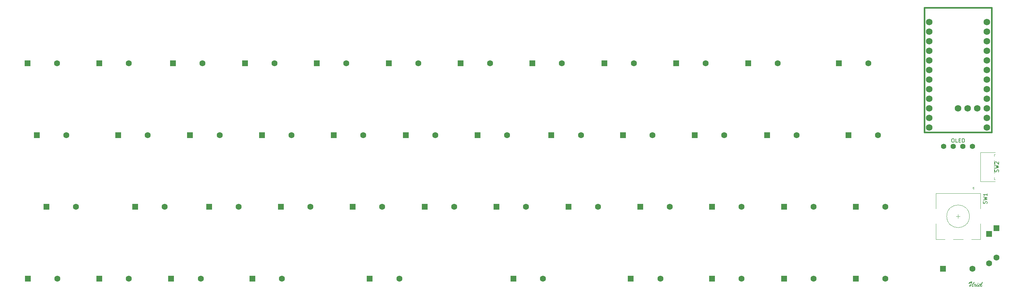
<source format=gbr>
%TF.GenerationSoftware,KiCad,Pcbnew,9.0.6*%
%TF.CreationDate,2025-12-30T17:34:46-07:00*%
%TF.ProjectId,Hotswap PCB,486f7473-7761-4702-9050-43422e6b6963,rev?*%
%TF.SameCoordinates,Original*%
%TF.FileFunction,Legend,Top*%
%TF.FilePolarity,Positive*%
%FSLAX46Y46*%
G04 Gerber Fmt 4.6, Leading zero omitted, Abs format (unit mm)*
G04 Created by KiCad (PCBNEW 9.0.6) date 2025-12-30 17:34:46*
%MOMM*%
%LPD*%
G01*
G04 APERTURE LIST*
%ADD10C,0.125000*%
%ADD11C,0.150000*%
%ADD12C,0.120000*%
%ADD13C,0.381000*%
%ADD14R,1.600000X1.600000*%
%ADD15C,1.600000*%
%ADD16C,1.397000*%
%ADD17C,1.752600*%
G04 APERTURE END LIST*
D10*
G36*
X270745259Y-133827258D02*
G01*
X270650077Y-133971876D01*
X270576182Y-134094154D01*
X270513460Y-134210296D01*
X270473234Y-134298128D01*
X270445782Y-134377946D01*
X270438887Y-134423333D01*
X270447121Y-134467186D01*
X270468483Y-134490582D01*
X270505474Y-134498987D01*
X270552054Y-134486914D01*
X270648080Y-134433809D01*
X270825218Y-134306371D01*
X270823111Y-134377079D01*
X270660247Y-134530435D01*
X270542814Y-134618075D01*
X270459664Y-134659824D01*
X270400968Y-134671178D01*
X270340922Y-134663884D01*
X270298068Y-134644257D01*
X270267846Y-134613290D01*
X270248422Y-134568724D01*
X270241142Y-134505581D01*
X270249384Y-134440857D01*
X270278900Y-134349962D01*
X270338503Y-134224488D01*
X270451851Y-134031189D01*
X270635625Y-133754168D01*
X270243706Y-134174113D01*
X270083788Y-134336001D01*
X269918375Y-134492850D01*
X269845652Y-134562001D01*
X269780072Y-134611186D01*
X269745927Y-134624605D01*
X269708357Y-134629138D01*
X269670210Y-134623873D01*
X269637175Y-134608442D01*
X269607881Y-134582060D01*
X269586644Y-134548458D01*
X269572955Y-134505045D01*
X269567948Y-134449070D01*
X269575364Y-134392499D01*
X269600737Y-134320751D01*
X269639506Y-134245826D01*
X269700113Y-134150391D01*
X269771766Y-134052026D01*
X269864061Y-133937625D01*
X270082323Y-133670912D01*
X270132912Y-133598263D01*
X270142773Y-133571719D01*
X270138767Y-133560335D01*
X270126378Y-133556423D01*
X270061257Y-133574375D01*
X269940906Y-133632627D01*
X269748290Y-133747574D01*
X269659453Y-133798924D01*
X269574542Y-133838249D01*
X269494394Y-133866308D01*
X269454191Y-133872962D01*
X269435041Y-133870044D01*
X269419845Y-133861696D01*
X269409456Y-133848748D01*
X269406014Y-133832753D01*
X269410240Y-133804673D01*
X269427538Y-133751878D01*
X269483409Y-133635466D01*
X269544317Y-133545341D01*
X269596996Y-133494691D01*
X269663565Y-133446224D01*
X269746184Y-133400077D01*
X269876458Y-133344252D01*
X270009508Y-133303174D01*
X270139693Y-133276694D01*
X270232899Y-133269193D01*
X270293174Y-133275595D01*
X270328703Y-133291359D01*
X270350747Y-133319073D01*
X270358928Y-133363899D01*
X270351048Y-133467300D01*
X270331267Y-133534350D01*
X270297557Y-133598025D01*
X270239035Y-133690329D01*
X270168876Y-133790988D01*
X270074538Y-133915643D01*
X269996136Y-134017309D01*
X269932663Y-134107252D01*
X269819915Y-134275871D01*
X269801535Y-134313205D01*
X269796376Y-134341267D01*
X269804986Y-134368295D01*
X269830173Y-134377079D01*
X269859815Y-134371805D01*
X269889615Y-134355097D01*
X270012622Y-134251416D01*
X270223648Y-134056236D01*
X270410127Y-133861513D01*
X270623351Y-133621819D01*
X270807724Y-133410610D01*
X270847778Y-133376716D01*
X270873395Y-133368387D01*
X270893054Y-133376033D01*
X270913787Y-133404840D01*
X270926660Y-133445373D01*
X270931739Y-133506964D01*
X270924405Y-133543557D01*
X270896384Y-133599929D01*
X270745259Y-133827258D01*
G37*
G36*
X270805709Y-134389627D02*
G01*
X270805709Y-134323498D01*
X270889790Y-134212215D01*
X270860063Y-134198938D01*
X270842071Y-134184738D01*
X270831334Y-134165627D01*
X270827233Y-134135920D01*
X270833811Y-134097850D01*
X270857916Y-134043321D01*
X270892083Y-133989394D01*
X270933754Y-133938541D01*
X270979679Y-133896166D01*
X271015819Y-133875435D01*
X271043480Y-133868291D01*
X271058883Y-133873226D01*
X271063904Y-133887708D01*
X271058332Y-133908584D01*
X271032214Y-133958233D01*
X271224618Y-133931458D01*
X271298652Y-133925718D01*
X271328328Y-133929748D01*
X271343050Y-133943345D01*
X271356996Y-133972430D01*
X271368262Y-134039383D01*
X271363987Y-134060455D01*
X271349302Y-134085636D01*
X271284273Y-134158176D01*
X271234182Y-134219078D01*
X271193048Y-134284755D01*
X271163500Y-134350054D01*
X271156137Y-134387704D01*
X271162497Y-134413966D01*
X271180651Y-134429553D01*
X271215579Y-134435697D01*
X271255484Y-134426693D01*
X271323194Y-134390535D01*
X271432833Y-134309210D01*
X271432833Y-134377537D01*
X271292424Y-134517671D01*
X271237142Y-134565140D01*
X271189934Y-134599004D01*
X271143112Y-134622405D01*
X271105945Y-134629138D01*
X271067080Y-134619633D01*
X271034229Y-134589845D01*
X271013559Y-134544918D01*
X271005561Y-134475997D01*
X271010734Y-134431070D01*
X271028092Y-134375888D01*
X271054712Y-134319460D01*
X271094129Y-134253889D01*
X271192040Y-134122639D01*
X271127469Y-134135370D01*
X271051631Y-134149109D01*
X270990174Y-134160191D01*
X270942383Y-134240525D01*
X270881315Y-134316877D01*
X270805709Y-134389627D01*
G37*
G36*
X271848657Y-133855376D02*
G01*
X271824152Y-133850741D01*
X271799930Y-133836051D01*
X271782661Y-133814125D01*
X271776941Y-133787233D01*
X271786477Y-133742840D01*
X271819989Y-133687581D01*
X271851463Y-133655066D01*
X271880739Y-133637944D01*
X271909107Y-133632627D01*
X271937627Y-133637467D01*
X271960306Y-133651495D01*
X271975353Y-133673599D01*
X271980823Y-133705900D01*
X271971493Y-133749116D01*
X271938782Y-133802528D01*
X271908121Y-133833462D01*
X271878470Y-133850104D01*
X271848657Y-133855376D01*
G37*
G36*
X271918357Y-134316446D02*
G01*
X271918357Y-134390818D01*
X271817343Y-134507229D01*
X271732886Y-134582243D01*
X271672849Y-134621044D01*
X271624985Y-134640901D01*
X271586340Y-134646723D01*
X271535781Y-134637229D01*
X271494922Y-134609184D01*
X271461318Y-134558796D01*
X271430793Y-134467638D01*
X271420377Y-134366638D01*
X271428528Y-134290525D01*
X271448037Y-134230717D01*
X271489986Y-134157077D01*
X271574116Y-134040231D01*
X271644510Y-133971093D01*
X271704093Y-133936102D01*
X271756424Y-133925718D01*
X271793283Y-133932071D01*
X271812285Y-133948076D01*
X271818890Y-133974811D01*
X271811006Y-134011711D01*
X271778406Y-134079408D01*
X271737264Y-134144324D01*
X271706233Y-134180799D01*
X271589912Y-134301242D01*
X271569573Y-134337574D01*
X271562801Y-134378545D01*
X271569711Y-134412468D01*
X271590461Y-134440277D01*
X271621430Y-134458548D01*
X271662177Y-134465006D01*
X271710427Y-134456937D01*
X271768240Y-134429652D01*
X271829360Y-134387688D01*
X271918357Y-134316446D01*
G37*
G36*
X272451812Y-133890640D02*
G01*
X272483474Y-133906759D01*
X272504228Y-133933443D01*
X272511684Y-133973071D01*
X272500300Y-134035852D01*
X272463508Y-134102031D01*
X272406306Y-134162785D01*
X272316412Y-134229434D01*
X272210739Y-134289175D01*
X272073146Y-134351159D01*
X272073146Y-134376987D01*
X272081155Y-134433027D01*
X272102822Y-134471967D01*
X272136871Y-134497381D01*
X272180766Y-134506039D01*
X272230838Y-134500382D01*
X272284722Y-134482500D01*
X272337588Y-134455503D01*
X272391792Y-134419944D01*
X272521943Y-134315438D01*
X272521943Y-134376987D01*
X272404514Y-134504914D01*
X272304689Y-134590211D01*
X272234372Y-134632513D01*
X272166230Y-134656520D01*
X272098792Y-134664309D01*
X272041494Y-134656232D01*
X271994146Y-134632938D01*
X271954261Y-134593509D01*
X271925968Y-134543599D01*
X271907704Y-134480146D01*
X271901047Y-134399610D01*
X271906770Y-134329156D01*
X271918432Y-134284114D01*
X272083405Y-134284114D01*
X272170516Y-134242681D01*
X272241216Y-134194263D01*
X272300606Y-134139197D01*
X272338028Y-134091590D01*
X272363270Y-134044737D01*
X272369260Y-134019782D01*
X272363706Y-134001803D01*
X272347736Y-133996060D01*
X272327211Y-134000618D01*
X272287836Y-134019874D01*
X272247049Y-134046495D01*
X272203755Y-134081789D01*
X272163792Y-134122926D01*
X272127460Y-134171640D01*
X272099552Y-134225529D01*
X272083405Y-134284114D01*
X271918432Y-134284114D01*
X271923536Y-134264400D01*
X271951239Y-134204247D01*
X272013096Y-134118891D01*
X272115187Y-134019050D01*
X272194763Y-133959314D01*
X272269884Y-133918574D01*
X272345567Y-133892447D01*
X272407179Y-133884685D01*
X272451812Y-133890640D01*
G37*
G36*
X273090006Y-133402988D02*
G01*
X273100615Y-133417205D01*
X273107851Y-133482509D01*
X273097149Y-133575430D01*
X273061075Y-133690536D01*
X272992080Y-133833578D01*
X272908580Y-133967811D01*
X272801945Y-134109265D01*
X272669313Y-134258743D01*
X272659054Y-134340809D01*
X272666593Y-134402140D01*
X272687173Y-134447421D01*
X272720850Y-134478169D01*
X272765666Y-134488454D01*
X272791045Y-134483889D01*
X272820896Y-134468487D01*
X272883453Y-134418845D01*
X273011588Y-134300967D01*
X273011588Y-134376621D01*
X272911216Y-134498022D01*
X272829424Y-134577984D01*
X272762932Y-134626306D01*
X272708567Y-134651108D01*
X272663176Y-134658447D01*
X272619225Y-134650088D01*
X272581756Y-134624901D01*
X272548870Y-134579037D01*
X272526968Y-134524417D01*
X272512618Y-134455862D01*
X272507380Y-134370301D01*
X272518482Y-134262067D01*
X272556564Y-134121723D01*
X272558774Y-134116136D01*
X272705216Y-134116136D01*
X272756904Y-134061054D01*
X272808165Y-133997159D01*
X272901954Y-133854644D01*
X272971105Y-133718173D01*
X272991110Y-133660644D01*
X272996201Y-133626948D01*
X272991597Y-133608540D01*
X272979806Y-133603318D01*
X272956267Y-133614583D01*
X272918596Y-133652741D01*
X272872373Y-133716615D01*
X272815858Y-133815168D01*
X272748729Y-133966489D01*
X272705216Y-134116136D01*
X272558774Y-134116136D01*
X272613172Y-133978619D01*
X272688180Y-133829548D01*
X272774283Y-133687776D01*
X272859364Y-133571169D01*
X272950029Y-133472615D01*
X273023862Y-133416838D01*
X273053530Y-133401971D01*
X273072039Y-133398154D01*
X273090006Y-133402988D01*
G37*
D11*
X265160119Y-95404819D02*
X265350595Y-95404819D01*
X265350595Y-95404819D02*
X265445833Y-95452438D01*
X265445833Y-95452438D02*
X265541071Y-95547676D01*
X265541071Y-95547676D02*
X265588690Y-95738152D01*
X265588690Y-95738152D02*
X265588690Y-96071485D01*
X265588690Y-96071485D02*
X265541071Y-96261961D01*
X265541071Y-96261961D02*
X265445833Y-96357200D01*
X265445833Y-96357200D02*
X265350595Y-96404819D01*
X265350595Y-96404819D02*
X265160119Y-96404819D01*
X265160119Y-96404819D02*
X265064881Y-96357200D01*
X265064881Y-96357200D02*
X264969643Y-96261961D01*
X264969643Y-96261961D02*
X264922024Y-96071485D01*
X264922024Y-96071485D02*
X264922024Y-95738152D01*
X264922024Y-95738152D02*
X264969643Y-95547676D01*
X264969643Y-95547676D02*
X265064881Y-95452438D01*
X265064881Y-95452438D02*
X265160119Y-95404819D01*
X266493452Y-96404819D02*
X266017262Y-96404819D01*
X266017262Y-96404819D02*
X266017262Y-95404819D01*
X266826786Y-95881009D02*
X267160119Y-95881009D01*
X267302976Y-96404819D02*
X266826786Y-96404819D01*
X266826786Y-96404819D02*
X266826786Y-95404819D01*
X266826786Y-95404819D02*
X267302976Y-95404819D01*
X267731548Y-96404819D02*
X267731548Y-95404819D01*
X267731548Y-95404819D02*
X267969643Y-95404819D01*
X267969643Y-95404819D02*
X268112500Y-95452438D01*
X268112500Y-95452438D02*
X268207738Y-95547676D01*
X268207738Y-95547676D02*
X268255357Y-95642914D01*
X268255357Y-95642914D02*
X268302976Y-95833390D01*
X268302976Y-95833390D02*
X268302976Y-95976247D01*
X268302976Y-95976247D02*
X268255357Y-96166723D01*
X268255357Y-96166723D02*
X268207738Y-96261961D01*
X268207738Y-96261961D02*
X268112500Y-96357200D01*
X268112500Y-96357200D02*
X267969643Y-96404819D01*
X267969643Y-96404819D02*
X267731548Y-96404819D01*
X274219700Y-112633332D02*
X274267319Y-112490475D01*
X274267319Y-112490475D02*
X274267319Y-112252380D01*
X274267319Y-112252380D02*
X274219700Y-112157142D01*
X274219700Y-112157142D02*
X274172080Y-112109523D01*
X274172080Y-112109523D02*
X274076842Y-112061904D01*
X274076842Y-112061904D02*
X273981604Y-112061904D01*
X273981604Y-112061904D02*
X273886366Y-112109523D01*
X273886366Y-112109523D02*
X273838747Y-112157142D01*
X273838747Y-112157142D02*
X273791128Y-112252380D01*
X273791128Y-112252380D02*
X273743509Y-112442856D01*
X273743509Y-112442856D02*
X273695890Y-112538094D01*
X273695890Y-112538094D02*
X273648271Y-112585713D01*
X273648271Y-112585713D02*
X273553033Y-112633332D01*
X273553033Y-112633332D02*
X273457795Y-112633332D01*
X273457795Y-112633332D02*
X273362557Y-112585713D01*
X273362557Y-112585713D02*
X273314938Y-112538094D01*
X273314938Y-112538094D02*
X273267319Y-112442856D01*
X273267319Y-112442856D02*
X273267319Y-112204761D01*
X273267319Y-112204761D02*
X273314938Y-112061904D01*
X273267319Y-111728570D02*
X274267319Y-111490475D01*
X274267319Y-111490475D02*
X273553033Y-111299999D01*
X273553033Y-111299999D02*
X274267319Y-111109523D01*
X274267319Y-111109523D02*
X273267319Y-110871428D01*
X274267319Y-109966666D02*
X274267319Y-110538094D01*
X274267319Y-110252380D02*
X273267319Y-110252380D01*
X273267319Y-110252380D02*
X273410176Y-110347618D01*
X273410176Y-110347618D02*
X273505414Y-110442856D01*
X273505414Y-110442856D02*
X273553033Y-110538094D01*
X277274700Y-104233332D02*
X277322319Y-104090475D01*
X277322319Y-104090475D02*
X277322319Y-103852380D01*
X277322319Y-103852380D02*
X277274700Y-103757142D01*
X277274700Y-103757142D02*
X277227080Y-103709523D01*
X277227080Y-103709523D02*
X277131842Y-103661904D01*
X277131842Y-103661904D02*
X277036604Y-103661904D01*
X277036604Y-103661904D02*
X276941366Y-103709523D01*
X276941366Y-103709523D02*
X276893747Y-103757142D01*
X276893747Y-103757142D02*
X276846128Y-103852380D01*
X276846128Y-103852380D02*
X276798509Y-104042856D01*
X276798509Y-104042856D02*
X276750890Y-104138094D01*
X276750890Y-104138094D02*
X276703271Y-104185713D01*
X276703271Y-104185713D02*
X276608033Y-104233332D01*
X276608033Y-104233332D02*
X276512795Y-104233332D01*
X276512795Y-104233332D02*
X276417557Y-104185713D01*
X276417557Y-104185713D02*
X276369938Y-104138094D01*
X276369938Y-104138094D02*
X276322319Y-104042856D01*
X276322319Y-104042856D02*
X276322319Y-103804761D01*
X276322319Y-103804761D02*
X276369938Y-103661904D01*
X276322319Y-103328570D02*
X277322319Y-103090475D01*
X277322319Y-103090475D02*
X276608033Y-102899999D01*
X276608033Y-102899999D02*
X277322319Y-102709523D01*
X277322319Y-102709523D02*
X276322319Y-102471428D01*
X276417557Y-102138094D02*
X276369938Y-102090475D01*
X276369938Y-102090475D02*
X276322319Y-101995237D01*
X276322319Y-101995237D02*
X276322319Y-101757142D01*
X276322319Y-101757142D02*
X276369938Y-101661904D01*
X276369938Y-101661904D02*
X276417557Y-101614285D01*
X276417557Y-101614285D02*
X276512795Y-101566666D01*
X276512795Y-101566666D02*
X276608033Y-101566666D01*
X276608033Y-101566666D02*
X276750890Y-101614285D01*
X276750890Y-101614285D02*
X277322319Y-102185713D01*
X277322319Y-102185713D02*
X277322319Y-101566666D01*
D12*
%TO.C,SW1*%
X260712500Y-114000000D02*
X260712500Y-109900000D01*
X260712500Y-122100000D02*
X260712500Y-118000000D01*
X263112500Y-122100000D02*
X260712500Y-122100000D01*
X266612500Y-115500000D02*
X266612500Y-116500000D01*
X267112500Y-116000000D02*
X266112500Y-116000000D01*
X267912500Y-122100000D02*
X265312500Y-122100000D01*
X270412500Y-108500000D02*
X270712500Y-108200000D01*
X270712500Y-108200000D02*
X270712500Y-108800000D01*
X270712500Y-108800000D02*
X270412500Y-108500000D01*
X272512500Y-109900000D02*
X260712500Y-109900000D01*
X272512500Y-114000000D02*
X272512500Y-109900000D01*
X272512500Y-118000000D02*
X272512500Y-122100000D01*
X272512500Y-122100000D02*
X270112500Y-122100000D01*
X269612500Y-116000000D02*
G75*
G02*
X263612500Y-116000000I-3000000J0D01*
G01*
X263612500Y-116000000D02*
G75*
G02*
X269612500Y-116000000I3000000J0D01*
G01*
%TO.C,SW2*%
X272487500Y-99040000D02*
X276387500Y-99040000D01*
X272487500Y-106760000D02*
X272487500Y-99040000D01*
X272487500Y-106760000D02*
X276387500Y-106760000D01*
X276157500Y-99560000D02*
X276387500Y-99560000D01*
X276157500Y-100100000D02*
X276157500Y-99560000D01*
X276157500Y-104600000D02*
X276157500Y-101200000D01*
X276157500Y-106240000D02*
X276157500Y-105700000D01*
X276157500Y-106240000D02*
X276387500Y-106240000D01*
D13*
%TO.C,U2*%
X257722500Y-60720000D02*
X275502500Y-60720000D01*
X257722500Y-93740000D02*
X257722500Y-60720000D01*
X275502500Y-60720000D02*
X275502500Y-93740000D01*
X275502500Y-93740000D02*
X257722500Y-93740000D01*
%TD*%
D14*
%TO.C,D6*%
X116100000Y-75500000D03*
D15*
X123900000Y-75500000D03*
%TD*%
D16*
%TO.C,J1*%
X262802500Y-97500000D03*
X265342500Y-97500000D03*
X267882500Y-97500000D03*
X270422500Y-97500000D03*
%TD*%
D14*
%TO.C,D39*%
X58600000Y-132500000D03*
D15*
X66400000Y-132500000D03*
%TD*%
D14*
%TO.C,D9*%
X173100000Y-75500000D03*
D15*
X180900000Y-75500000D03*
%TD*%
D14*
%TO.C,D35*%
X220600000Y-113500000D03*
D15*
X228400000Y-113500000D03*
%TD*%
D14*
%TO.C,D20*%
X159100000Y-94500000D03*
D15*
X166900000Y-94500000D03*
%TD*%
D14*
%TO.C,D1*%
X20600000Y-75500000D03*
D15*
X28400000Y-75500000D03*
%TD*%
D14*
%TO.C,D31*%
X144600000Y-113500000D03*
D15*
X152400000Y-113500000D03*
%TD*%
D14*
%TO.C,D27*%
X68600000Y-113500000D03*
D15*
X76400000Y-113500000D03*
%TD*%
D14*
%TO.C,D10*%
X192100000Y-75500000D03*
D15*
X199900000Y-75500000D03*
%TD*%
D14*
%TO.C,D11*%
X211100000Y-75500000D03*
D15*
X218900000Y-75500000D03*
%TD*%
D14*
%TO.C,D41*%
X111100000Y-132500000D03*
D15*
X118900000Y-132500000D03*
%TD*%
D14*
%TO.C,D34*%
X201600000Y-113500000D03*
D15*
X209400000Y-113500000D03*
%TD*%
D14*
%TO.C,D24*%
X237600000Y-94500000D03*
D15*
X245400000Y-94500000D03*
%TD*%
D14*
%TO.C,D48*%
X274770000Y-120640000D03*
D15*
X274770000Y-128440000D03*
%TD*%
D14*
%TO.C,D29*%
X106600000Y-113500000D03*
D15*
X114400000Y-113500000D03*
%TD*%
D14*
%TO.C,D44*%
X201600000Y-132500000D03*
D15*
X209400000Y-132500000D03*
%TD*%
D14*
%TO.C,D19*%
X139600000Y-94500000D03*
D15*
X147400000Y-94500000D03*
%TD*%
D14*
%TO.C,D8*%
X154100000Y-75500000D03*
D15*
X161900000Y-75500000D03*
%TD*%
D14*
%TO.C,D14*%
X44600000Y-94500000D03*
D15*
X52400000Y-94500000D03*
%TD*%
D14*
%TO.C,D22*%
X197000000Y-94500000D03*
D15*
X204800000Y-94500000D03*
%TD*%
D14*
%TO.C,D4*%
X78100000Y-75500000D03*
D15*
X85900000Y-75500000D03*
%TD*%
D14*
%TO.C,D32*%
X163600000Y-113500000D03*
D15*
X171400000Y-113500000D03*
%TD*%
D14*
%TO.C,D49*%
X276780000Y-119170000D03*
D15*
X276780000Y-126970000D03*
%TD*%
D14*
%TO.C,D2*%
X39600000Y-75500000D03*
D15*
X47400000Y-75500000D03*
%TD*%
D14*
%TO.C,D26*%
X49100000Y-113500000D03*
D15*
X56900000Y-113500000D03*
%TD*%
D14*
%TO.C,D25*%
X25600000Y-113500000D03*
D15*
X33400000Y-113500000D03*
%TD*%
D14*
%TO.C,D5*%
X97100000Y-75500000D03*
D15*
X104900000Y-75500000D03*
%TD*%
D14*
%TO.C,D45*%
X220600000Y-132500000D03*
D15*
X228400000Y-132500000D03*
%TD*%
D14*
%TO.C,D12*%
X235100000Y-75500000D03*
D15*
X242900000Y-75500000D03*
%TD*%
D14*
%TO.C,D33*%
X182600000Y-113500000D03*
D15*
X190400000Y-113500000D03*
%TD*%
D14*
%TO.C,D28*%
X87600000Y-113500000D03*
D15*
X95400000Y-113500000D03*
%TD*%
D14*
%TO.C,D15*%
X63600000Y-94500000D03*
D15*
X71400000Y-94500000D03*
%TD*%
D14*
%TO.C,D7*%
X135100000Y-75500000D03*
D15*
X142900000Y-75500000D03*
%TD*%
D14*
%TO.C,D37*%
X20680000Y-132500000D03*
D15*
X28480000Y-132500000D03*
%TD*%
D14*
%TO.C,D16*%
X82600000Y-94500000D03*
D15*
X90400000Y-94500000D03*
%TD*%
D14*
%TO.C,D17*%
X101600000Y-94500000D03*
D15*
X109400000Y-94500000D03*
%TD*%
D14*
%TO.C,D38*%
X39600000Y-132500000D03*
D15*
X47400000Y-132500000D03*
%TD*%
D14*
%TO.C,D46*%
X239600000Y-132500000D03*
D15*
X247400000Y-132500000D03*
%TD*%
D14*
%TO.C,D23*%
X216100000Y-94500000D03*
D15*
X223900000Y-94500000D03*
%TD*%
D14*
%TO.C,D43*%
X180100000Y-132500000D03*
D15*
X187900000Y-132500000D03*
%TD*%
D14*
%TO.C,D47*%
X262625000Y-129875000D03*
D15*
X270425000Y-129875000D03*
%TD*%
D14*
%TO.C,D40*%
X80100000Y-132500000D03*
D15*
X87900000Y-132500000D03*
%TD*%
D14*
%TO.C,D18*%
X120600000Y-94500000D03*
D15*
X128400000Y-94500000D03*
%TD*%
D14*
%TO.C,D13*%
X23100000Y-94500000D03*
D15*
X30900000Y-94500000D03*
%TD*%
D14*
%TO.C,D36*%
X239600000Y-113500000D03*
D15*
X247400000Y-113500000D03*
%TD*%
D14*
%TO.C,D30*%
X125600000Y-113500000D03*
D15*
X133400000Y-113500000D03*
%TD*%
D14*
%TO.C,D3*%
X59100000Y-75500000D03*
D15*
X66900000Y-75500000D03*
%TD*%
D14*
%TO.C,D21*%
X178000000Y-94500000D03*
D15*
X185800000Y-94500000D03*
%TD*%
D14*
%TO.C,D42*%
X149100000Y-132500000D03*
D15*
X156900000Y-132500000D03*
%TD*%
D17*
%TO.C,U2*%
X274232500Y-64530000D03*
X274232500Y-67070000D03*
X274232500Y-69610000D03*
X274232500Y-72150000D03*
X274232500Y-74690000D03*
X274232500Y-77230000D03*
X274232500Y-79770000D03*
X274232500Y-82310000D03*
X274232500Y-84850000D03*
X274232500Y-87390000D03*
X274232500Y-89930000D03*
X274232500Y-92470000D03*
X258992500Y-92470000D03*
X258992500Y-89930000D03*
X258992500Y-87390000D03*
X258992500Y-84850000D03*
X258992500Y-82310000D03*
X258992500Y-79770000D03*
X258992500Y-77230000D03*
X258992500Y-74690000D03*
X258992500Y-72150000D03*
X258992500Y-69610000D03*
X258992500Y-67070000D03*
X258992500Y-64530000D03*
X271692500Y-87390000D03*
X269152500Y-87390000D03*
X266612500Y-87390000D03*
%TD*%
M02*

</source>
